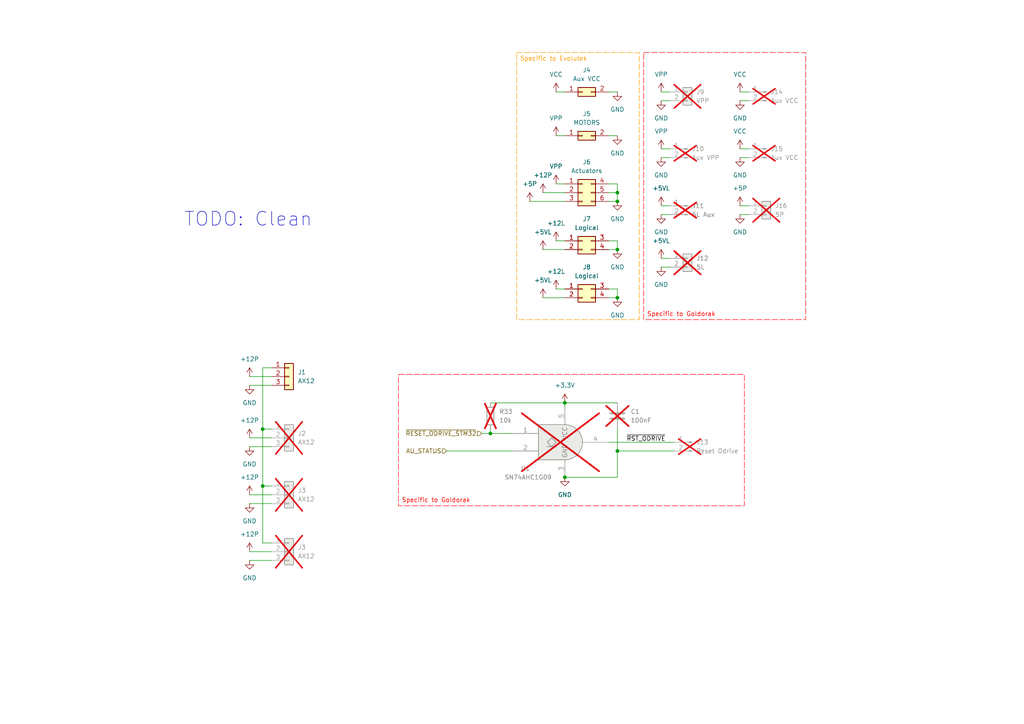
<source format=kicad_sch>
(kicad_sch (version 20230121) (generator eeschema)
  (paper "A4")
  (lib_symbols
    (symbol "ComponentsEvo:SN74AHC1G09"
      (property "Reference" "U" (at 10.16 -5.08 0))
      (property "Value" "SN74AHC1G09 " (at 10.795 -7.62 0))
      (symbol "SN74AHC1G09_0_1"
        (arc (start 0 -5.08) (mid 5.0579 0) (end 0 5.08) (stroke (width 0.254)) (fill (type background)))
        (polyline (pts (xy -5.08 -1.27) (xy -2.54 -1.27)) (stroke (width 0.254)) (fill (type background)))
        (polyline (pts (xy 0 -5.08) (xy -7.62 -5.08) (xy -7.62 5.08) (xy 0 5.08)) (stroke (width 0.254)) (fill (type background)))
        (polyline (pts (xy -3.81 1.27) (xy -5.08 0) (xy -3.81 -1.27) (xy -2.54 0) (xy -3.81 1.27)) (stroke (width 0.254)) (fill (type background)))
      )
      (symbol "SN74AHC1G09_1_1"
        (pin input line (at -15.24 2.54 0) (length 7.62) (name "~") (number "1"))
        (pin input line (at -15.24 -2.54 0) (length 7.62) (name "~") (number "2"))
        (pin power_in line (at 0 -10.16 90) (length 5.08) (name "GND") (number "3"))
        (pin output line (at 12.7 0 180) (length 7.62) (name "~") (number "4"))
        (pin power_in line (at 0 10.16 270) (length 5.08) (name "VCC") (number "5"))
      )
    )
    (symbol "Connector:Conn_01x02_Pin" (pin_names (offset 1.016) hide)
      (property "Reference" "J" (at 0 2.54 0))
      (property "Value" "Conn_01x02_Pin" (at 0 -5.08 0))
      (symbol "Conn_01x02_Pin_1_1"
        (polyline (pts (xy 1.27 -2.54) (xy 0.8636 -2.54)) (stroke (width 0.1524)))
        (polyline (pts (xy 1.27 0) (xy 0.8636 0)) (stroke (width 0.1524)))
        (rectangle (start 0.8636 -2.413) (end 0 -2.667) (stroke (width 0.1524)) (fill (type outline)))
        (rectangle (start 0.8636 0.127) (end 0 -0.127) (stroke (width 0.1524)) (fill (type outline)))
        (pin passive line (at 5.08 0 180) (length 3.81) (name "Pin_1") (number "1"))
        (pin passive line (at 5.08 -2.54 180) (length 3.81) (name "Pin_2") (number "2"))
      )
    )
    (symbol "Connector_Generic:Conn_01x02" (pin_names (offset 1.016) hide)
      (property "Reference" "J" (at 0 2.54 0))
      (property "Value" "Conn_01x02" (at 0 -5.08 0))
      (symbol "Conn_01x02_1_1"
        (rectangle (start -1.27 -2.413) (end 0 -2.667) (stroke (width 0.1524)))
        (rectangle (start -1.27 0.127) (end 0 -0.127) (stroke (width 0.1524)))
        (rectangle (start -1.27 1.27) (end 1.27 -3.81) (stroke (width 0.254)) (fill (type background)))
        (pin passive line (at -5.08 0 0) (length 3.81) (name "Pin_1") (number "1"))
        (pin passive line (at -5.08 -2.54 0) (length 3.81) (name "Pin_2") (number "2"))
      )
    )
    (symbol "Connector_Generic:Conn_01x03" (pin_names (offset 1.016) hide)
      (property "Reference" "J" (at 0 5.08 0))
      (property "Value" "Conn_01x03" (at 0 -5.08 0))
      (symbol "Conn_01x03_1_1"
        (rectangle (start -1.27 -2.413) (end 0 -2.667) (stroke (width 0.1524)))
        (rectangle (start -1.27 0.127) (end 0 -0.127) (stroke (width 0.1524)))
        (rectangle (start -1.27 2.667) (end 0 2.413) (stroke (width 0.1524)))
        (rectangle (start -1.27 3.81) (end 1.27 -3.81) (stroke (width 0.254)) (fill (type background)))
        (pin passive line (at -5.08 2.54 0) (length 3.81) (name "Pin_1") (number "1"))
        (pin passive line (at -5.08 0 0) (length 3.81) (name "Pin_2") (number "2"))
        (pin passive line (at -5.08 -2.54 0) (length 3.81) (name "Pin_3") (number "3"))
      )
    )
    (symbol "Connector_Generic:Conn_02x01" (pin_names (offset 1.016) hide)
      (property "Reference" "J" (at 1.27 2.54 0))
      (property "Value" "Conn_02x01" (at 1.27 -2.54 0))
      (symbol "Conn_02x01_1_1"
        (rectangle (start -1.27 0.127) (end 0 -0.127) (stroke (width 0.1524)))
        (rectangle (start -1.27 1.27) (end 3.81 -1.27) (stroke (width 0.254)) (fill (type background)))
        (rectangle (start 3.81 0.127) (end 2.54 -0.127) (stroke (width 0.1524)))
        (pin passive line (at -5.08 0 0) (length 3.81) (name "Pin_1") (number "1"))
        (pin passive line (at 7.62 0 180) (length 3.81) (name "Pin_2") (number "2"))
      )
    )
    (symbol "Connector_Generic:Conn_02x02_Top_Bottom" (pin_names (offset 1.016) hide)
      (property "Reference" "J" (at 1.27 2.54 0))
      (property "Value" "Conn_02x02_Top_Bottom" (at 1.27 -5.08 0))
      (symbol "Conn_02x02_Top_Bottom_1_1"
        (rectangle (start -1.27 -2.413) (end 0 -2.667) (stroke (width 0.1524)))
        (rectangle (start -1.27 0.127) (end 0 -0.127) (stroke (width 0.1524)))
        (rectangle (start -1.27 1.27) (end 3.81 -3.81) (stroke (width 0.254)) (fill (type background)))
        (rectangle (start 3.81 -2.413) (end 2.54 -2.667) (stroke (width 0.1524)))
        (rectangle (start 3.81 0.127) (end 2.54 -0.127) (stroke (width 0.1524)))
        (pin passive line (at -5.08 0 0) (length 3.81) (name "Pin_1") (number "1"))
        (pin passive line (at -5.08 -2.54 0) (length 3.81) (name "Pin_2") (number "2"))
        (pin passive line (at 7.62 0 180) (length 3.81) (name "Pin_3") (number "3"))
        (pin passive line (at 7.62 -2.54 180) (length 3.81) (name "Pin_4") (number "4"))
      )
    )
    (symbol "Connector_Generic:Conn_02x03_Top_Bottom" (pin_names (offset 1.016) hide)
      (property "Reference" "J" (at 1.27 5.08 0))
      (property "Value" "Conn_02x03_Top_Bottom" (at 1.27 -5.08 0))
      (symbol "Conn_02x03_Top_Bottom_1_1"
        (rectangle (start -1.27 -2.413) (end 0 -2.667) (stroke (width 0.1524)))
        (rectangle (start -1.27 0.127) (end 0 -0.127) (stroke (width 0.1524)))
        (rectangle (start -1.27 2.667) (end 0 2.413) (stroke (width 0.1524)))
        (rectangle (start -1.27 3.81) (end 3.81 -3.81) (stroke (width 0.254)) (fill (type background)))
        (rectangle (start 3.81 -2.413) (end 2.54 -2.667) (stroke (width 0.1524)))
        (rectangle (start 3.81 0.127) (end 2.54 -0.127) (stroke (width 0.1524)))
        (rectangle (start 3.81 2.667) (end 2.54 2.413) (stroke (width 0.1524)))
        (pin passive line (at -5.08 2.54 0) (length 3.81) (name "Pin_1") (number "1"))
        (pin passive line (at -5.08 0 0) (length 3.81) (name "Pin_2") (number "2"))
        (pin passive line (at -5.08 -2.54 0) (length 3.81) (name "Pin_3") (number "3"))
        (pin passive line (at 7.62 2.54 180) (length 3.81) (name "Pin_4") (number "4"))
        (pin passive line (at 7.62 0 180) (length 3.81) (name "Pin_5") (number "5"))
        (pin passive line (at 7.62 -2.54 180) (length 3.81) (name "Pin_6") (number "6"))
      )
    )
    (symbol "Device:C" (pin_numbers hide) (pin_names (offset 0.254))
      (property "Reference" "C" (at 0.635 2.54 0))
      (property "Value" "C" (at 0.635 -2.54 0))
      (symbol "C_0_1"
        (polyline (pts (xy -2.032 -0.762) (xy 2.032 -0.762)) (stroke (width 0.508)))
        (polyline (pts (xy -2.032 0.762) (xy 2.032 0.762)) (stroke (width 0.508)))
      )
      (symbol "C_1_1"
        (pin passive line (at 0 3.81 270) (length 2.794) (name "~") (number "1"))
        (pin passive line (at 0 -3.81 90) (length 2.794) (name "~") (number "2"))
      )
    )
    (symbol "Device:R" (pin_numbers hide) (pin_names (offset 0))
      (property "Reference" "R" (at 2.032 0 90))
      (property "Value" "R" (at 0 0 90))
      (symbol "R_0_1"
        (rectangle (start -1.016 -2.54) (end 1.016 2.54) (stroke (width 0.254)))
      )
      (symbol "R_1_1"
        (pin passive line (at 0 3.81 270) (length 1.27) (name "~") (number "1"))
        (pin passive line (at 0 -3.81 90) (length 1.27) (name "~") (number "2"))
      )
    )
    (symbol "power:+12L" (power) (pin_names (offset 0))
      (property "Value" "+12L" (at 0 3.556 0))
      (symbol "+12L_0_1"
        (polyline (pts (xy -0.762 1.27) (xy 0 2.54)))
        (polyline (pts (xy 0 0) (xy 0 2.54)))
        (polyline (pts (xy 0 2.54) (xy 0.762 1.27)))
      )
      (symbol "+12L_1_1"
        (pin power_in line (at 0 0 90) (length 0) hide (name "+12L") (number "1"))
      )
    )
    (symbol "power:+12P" (power) (pin_names (offset 0))
      (property "Value" "+12P" (at 0 3.556 0))
      (symbol "+12P_0_1"
        (polyline (pts (xy -0.762 1.27) (xy 0 2.54)))
        (polyline (pts (xy 0 0) (xy 0 2.54)))
        (polyline (pts (xy 0 2.54) (xy 0.762 1.27)))
      )
      (symbol "+12P_1_1"
        (pin power_in line (at 0 0 90) (length 0) hide (name "+12P") (number "1"))
      )
    )
    (symbol "power:+3.3V" (power) (pin_names (offset 0))
      (property "Value" "+3.3V" (at 0 3.556 0))
      (symbol "+3.3V_0_1"
        (polyline (pts (xy -0.762 1.27) (xy 0 2.54)))
        (polyline (pts (xy 0 0) (xy 0 2.54)))
        (polyline (pts (xy 0 2.54) (xy 0.762 1.27)))
      )
      (symbol "+3.3V_1_1"
        (pin power_in line (at 0 0 90) (length 0) hide (name "+3.3V") (number "1"))
      )
    )
    (symbol "power:+5P" (power) (pin_names (offset 0))
      (property "Value" "+5P" (at 0 3.556 0))
      (symbol "+5P_0_1"
        (polyline (pts (xy -0.762 1.27) (xy 0 2.54)))
        (polyline (pts (xy 0 0) (xy 0 2.54)))
        (polyline (pts (xy 0 2.54) (xy 0.762 1.27)))
      )
      (symbol "+5P_1_1"
        (pin power_in line (at 0 0 90) (length 0) hide (name "+5P") (number "1"))
      )
    )
    (symbol "power:+5VL" (power) (pin_names (offset 0))
      (property "Value" "+5VL" (at 0 3.556 0))
      (symbol "+5VL_0_1"
        (polyline (pts (xy -0.762 1.27) (xy 0 2.54)))
        (polyline (pts (xy 0 0) (xy 0 2.54)))
        (polyline (pts (xy 0 2.54) (xy 0.762 1.27)))
      )
      (symbol "+5VL_1_1"
        (pin power_in line (at 0 0 90) (length 0) hide (name "+5VL") (number "1"))
      )
    )
    (symbol "power:GND" (power) (pin_names (offset 0))
      (property "Value" "GND" (at 0 -3.81 0))
      (symbol "GND_0_1"
        (polyline (pts (xy 0 0) (xy 0 -1.27) (xy 1.27 -1.27) (xy 0 -2.54) (xy -1.27 -1.27) (xy 0 -1.27)))
      )
      (symbol "GND_1_1"
        (pin power_in line (at 0 0 270) (length 0) hide (name "GND") (number "1"))
      )
    )
    (symbol "power:VCC" (power) (pin_names (offset 0))
      (property "Value" "VCC" (at 0 3.81 0))
      (symbol "VCC_0_1"
        (polyline (pts (xy -0.762 1.27) (xy 0 2.54)))
        (polyline (pts (xy 0 0) (xy 0 2.54)))
        (polyline (pts (xy 0 2.54) (xy 0.762 1.27)))
      )
      (symbol "VCC_1_1"
        (pin power_in line (at 0 0 90) (length 0) hide (name "VCC") (number "1"))
      )
    )
    (symbol "power:VPP" (power) (pin_names (offset 0))
      (property "Value" "VPP" (at 0 3.81 0))
      (symbol "VPP_0_1"
        (polyline (pts (xy -0.762 1.27) (xy 0 2.54)))
        (polyline (pts (xy 0 0) (xy 0 2.54)))
        (polyline (pts (xy 0 2.54) (xy 0.762 1.27)))
      )
      (symbol "VPP_1_1"
        (pin power_in line (at 0 0 90) (length 0) hide (name "VPP") (number "1"))
      )
    )
  )
  (junction (at 76.2 124.46))
  (junction (at 163.83 116.84))
  (junction (at 179.07 58.42))
  (junction (at 179.07 72.39))
  (junction (at 142.24 125.73))
  (junction (at 76.2 140.97))
  (junction (at 179.07 130.81))
  (junction (at 179.07 55.88))
  (junction (at 179.07 86.36))
  (junction (at 163.83 138.43))
  (wire (pts (xy 76.2 106.68) (xy 78.74 106.68)))
  (wire (pts (xy 161.29 69.85) (xy 163.83 69.85)))
  (wire (pts (xy 179.07 130.81) (xy 195.58 130.81)))
  (wire (pts (xy 191.77 74.93) (xy 194.31 74.93)))
  (wire (pts (xy 191.77 43.18) (xy 194.31 43.18)))
  (wire (pts (xy 161.29 53.34) (xy 163.83 53.34)))
  (wire (pts (xy 78.74 157.48) (xy 76.2 157.48)))
  (wire (pts (xy 179.07 69.85) (xy 179.07 72.39)))
  (wire (pts (xy 72.39 111.76) (xy 78.74 111.76)))
  (wire (pts (xy 179.07 138.43) (xy 179.07 130.81)))
  (wire (pts (xy 163.83 138.43) (xy 179.07 138.43)))
  (wire (pts (xy 176.53 26.67) (xy 179.07 26.67)))
  (wire (pts (xy 72.39 146.05) (xy 78.74 146.05)))
  (wire (pts (xy 214.63 59.69) (xy 217.17 59.69)))
  (wire (pts (xy 176.53 69.85) (xy 179.07 69.85)))
  (wire (pts (xy 191.77 59.69) (xy 194.31 59.69)))
  (wire (pts (xy 179.07 55.88) (xy 179.07 58.42)))
  (wire (pts (xy 72.39 127) (xy 78.74 127)))
  (wire (pts (xy 78.74 140.97) (xy 76.2 140.97)))
  (wire (pts (xy 214.63 45.72) (xy 217.17 45.72)))
  (wire (pts (xy 76.2 140.97) (xy 76.2 124.46)))
  (wire (pts (xy 176.53 55.88) (xy 179.07 55.88)))
  (wire (pts (xy 214.63 26.67) (xy 217.17 26.67)))
  (wire (pts (xy 72.39 109.22) (xy 78.74 109.22)))
  (wire (pts (xy 142.24 124.46) (xy 142.24 125.73)))
  (wire (pts (xy 161.29 26.67) (xy 163.83 26.67)))
  (wire (pts (xy 176.53 53.34) (xy 179.07 53.34)))
  (wire (pts (xy 161.29 83.82) (xy 163.83 83.82)))
  (wire (pts (xy 179.07 124.46) (xy 179.07 130.81)))
  (wire (pts (xy 176.53 39.37) (xy 179.07 39.37)))
  (wire (pts (xy 76.2 124.46) (xy 78.74 124.46)))
  (wire (pts (xy 214.63 62.23) (xy 217.17 62.23)))
  (wire (pts (xy 72.39 160.02) (xy 78.74 160.02)))
  (wire (pts (xy 157.48 72.39) (xy 163.83 72.39)))
  (wire (pts (xy 163.83 116.84) (xy 179.07 116.84)))
  (wire (pts (xy 72.39 143.51) (xy 78.74 143.51)))
  (wire (pts (xy 157.48 86.36) (xy 163.83 86.36)))
  (wire (pts (xy 142.24 116.84) (xy 163.83 116.84)))
  (wire (pts (xy 76.2 157.48) (xy 76.2 140.97)))
  (wire (pts (xy 72.39 162.56) (xy 78.74 162.56)))
  (wire (pts (xy 72.39 129.54) (xy 78.74 129.54)))
  (wire (pts (xy 191.77 26.67) (xy 194.31 26.67)))
  (wire (pts (xy 214.63 29.21) (xy 217.17 29.21)))
  (wire (pts (xy 191.77 29.21) (xy 194.31 29.21)))
  (wire (pts (xy 176.53 128.27) (xy 195.58 128.27)))
  (wire (pts (xy 139.7 125.73) (xy 142.24 125.73)))
  (wire (pts (xy 191.77 62.23) (xy 194.31 62.23)))
  (wire (pts (xy 176.53 58.42) (xy 179.07 58.42)))
  (wire (pts (xy 179.07 83.82) (xy 179.07 86.36)))
  (wire (pts (xy 142.24 125.73) (xy 148.59 125.73)))
  (wire (pts (xy 76.2 124.46) (xy 76.2 106.68)))
  (wire (pts (xy 129.54 130.81) (xy 148.59 130.81)))
  (wire (pts (xy 176.53 72.39) (xy 179.07 72.39)))
  (wire (pts (xy 157.48 55.88) (xy 163.83 55.88)))
  (wire (pts (xy 179.07 53.34) (xy 179.07 55.88)))
  (wire (pts (xy 191.77 77.47) (xy 194.31 77.47)))
  (wire (pts (xy 214.63 43.18) (xy 217.17 43.18)))
  (wire (pts (xy 163.83 116.84) (xy 163.83 118.11)))
  (wire (pts (xy 161.29 39.37) (xy 163.83 39.37)))
  (wire (pts (xy 191.77 45.72) (xy 194.31 45.72)))
  (wire (pts (xy 176.53 86.36) (xy 179.07 86.36)))
  (wire (pts (xy 153.67 58.42) (xy 163.83 58.42)))
  (wire (pts (xy 176.53 83.82) (xy 179.07 83.82)))
  (text_box "Specific to Evolutek" (at 149.86 15.24 0) (size 35.56 77.47) (stroke (width 0) (type dash) (color 255 153 0 1)) (effects (font (size 1.27 1.27)) (justify left top)))
  (text_box "Specific to Goldorak" (at 115.57 108.585 0) (size 100.33 38.1) (stroke (width 0) (type dash) (color 255 0 0 1)) (effects (font (size 1.27 1.27)) (justify left bottom)))
  (text_box "Specific to Goldorak" (at 186.69 15.24 0) (size 46.99 77.47) (stroke (width 0) (type dash) (color 255 0 0 1)) (effects (font (size 1.27 1.27)) (justify left bottom)))
  (text "TODO: Clean" (at 53.34 66.04 0) (effects (font (size 4 4)) (justify left bottom)))
  (label "~{RST_ODRIVE}" (at 193.04 128.27 180))
  (hierarchical_label "AU_STATUS" (shape input) (at 129.54 130.81 180))
  (hierarchical_label "~{RESET_ODRIVE_STM32}" (shape input) (at 139.7 125.73 180))
  (symbol (lib_id "power:VPP") (at 161.29 39.37 0) (unit 1)
    (property "Reference" "#PWR013" (effects hide))
    (property "Value" "VPP" (at 161.29 34.29 0))
    (instances (project "Carte Alim" (path "" (reference "#PWR013") (unit 1)) (path "" (reference "#PWR075") (unit 1))))
  )
  (symbol (lib_id "power:GND") (at 163.83 138.43 0) (unit 1)
    (property "Reference" "#PWR018" (effects hide))
    (property "Value" "GND" (at 163.83 143.51 0))
    (instances (project "Carte Alim" (path "" (reference "#PWR018") (unit 1)) (path "" (reference "#PWR080") (unit 1))))
  )
  (symbol (lib_id "power:VPP") (at 191.77 26.67 0) (unit 1)
    (property "Reference" "#PWR024" (effects hide))
    (property "Value" "VPP" (at 191.77 21.59 0))
    (instances (project "Carte Alim" (path "" (reference "#PWR024") (unit 1)) (path "" (reference "#PWR086") (unit 1))))
  )
  (symbol (lib_id "power:GND") (at 179.07 39.37 0) (unit 1)
    (property "Reference" "#PWR020" (effects hide))
    (property "Value" "GND" (at 179.07 44.45 0))
    (instances (project "Carte Alim" (path "" (reference "#PWR020") (unit 1)) (path "" (reference "#PWR082") (unit 1))))
  )
  (symbol (lib_id "Connector_Generic:Conn_02x01") (at 168.91 26.67 0) (unit 1)
    (property "Reference" "J4" (at 170.18 20.32 0))
    (property "Value" "Aux VCC" (at 170.18 22.86 0))
    (property "Footprint" "ConnectorsEvo:66200221022" (effects hide))
    (instances (project "Carte Alim" (path "" (reference "J4") (unit 1)) (path "" (reference "J12") (unit 1))))
  )
  (symbol (lib_id "power:+12P") (at 72.39 160.02 0) (unit 1)
    (property "Reference" "#PWR05" (effects hide))
    (property "Value" "+12P" (at 72.39 154.94 0))
    (instances (project "Carte Alim" (path "" (reference "#PWR05") (unit 1)) (path "" (reference "#PWR068") (unit 1))))
  )
  (symbol (lib_id "Connector_Generic:Conn_01x03") (at 83.82 160.02 0) (unit 1) (in_bom no) (dnp yes)
    (property "Reference" "J3" (at 86.36 158.75 0) (effects (justify left)))
    (property "Value" "AX12" (at 86.36 161.29 0) (effects (justify left)))
    (property "Footprint" "ConnectorsEvo:22-03-5035" (effects hide))
    (instances (project "Carte Alim" (path "" (reference "J3") (unit 1)) (path "" (reference "J11") (unit 1))))
  )
  (symbol (lib_id "power:+12L") (at 161.29 69.85 0) (unit 1)
    (property "Reference" "#PWR015" (effects hide))
    (property "Value" "+12L" (at 161.29 64.77 0))
    (instances (project "Carte Alim" (path "" (reference "#PWR015") (unit 1)) (path "" (reference "#PWR077") (unit 1))))
  )
  (symbol (lib_id "power:GND") (at 191.77 45.72 0) (unit 1)
    (property "Reference" "#PWR027" (effects hide))
    (property "Value" "GND" (at 191.77 50.8 0))
    (instances (project "Carte Alim" (path "" (reference "#PWR027") (unit 1)) (path "" (reference "#PWR089") (unit 1))))
  )
  (symbol (lib_id "ComponentsEvo:SN74AHC1G09") (at 163.83 128.27 0) (unit 1) (in_bom no) (dnp yes)
    (property "Reference" "U1" (at 152.4 135.89 0))
    (property "Value" "SN74AHC1G09 " (at 153.67 138.43 0))
    (property "Footprint" "Package_TO_SOT_SMD:SOT-23-5" (effects hide))
    (property "Datasheet" "https://www.ti.com/lit/ds/symlink/sn74ahc1g09.pdf" (effects hide))
    (instances (project "Carte Alim" (path "" (reference "U1") (unit 1)) (path "" (reference "U11") (unit 1))))
  )
  (symbol (lib_id "power:VPP") (at 191.77 43.18 0) (unit 1)
    (property "Reference" "#PWR026" (effects hide))
    (property "Value" "VPP" (at 191.77 38.1 0))
    (instances (project "Carte Alim" (path "" (reference "#PWR026") (unit 1)) (path "" (reference "#PWR088") (unit 1))))
  )
  (symbol (lib_id "Connector:Conn_01x02_Pin") (at 200.66 128.27 0) (mirror y) (unit 1) (in_bom no) (dnp yes)
    (property "Reference" "J13" (at 201.93 128.27 0) (effects (justify right)))
    (property "Value" "Reset Odrive" (at 201.93 130.81 0) (effects (justify right)))
    (property "Footprint" "Connector_PinHeader_2.54mm:PinHeader_1x02_P2.54mm_Vertical" (effects hide))
    (instances (project "Carte Alim" (path "" (reference "J13") (unit 1)) (path "" (reference "J21") (unit 1))))
  )
  (symbol (lib_id "power:+5VL") (at 157.48 86.36 0) (unit 1)
    (property "Reference" "#PWR011" (effects hide))
    (property "Value" "+5VL" (at 157.48 81.28 0))
    (instances (project "Carte Alim" (path "" (reference "#PWR011") (unit 1)) (path "" (reference "#PWR073") (unit 1))))
  )
  (symbol (lib_id "power:VPP") (at 161.29 53.34 0) (unit 1)
    (property "Reference" "#PWR014" (effects hide))
    (property "Value" "VPP" (at 161.29 48.26 0))
    (instances (project "Carte Alim" (path "" (reference "#PWR014") (unit 1)) (path "" (reference "#PWR076") (unit 1))))
  )
  (symbol (lib_id "power:GND") (at 214.63 29.21 0) (unit 1)
    (property "Reference" "#PWR033" (effects hide))
    (property "Value" "GND" (at 214.63 34.29 0))
    (instances (project "Carte Alim" (path "" (reference "#PWR033") (unit 1)) (path "" (reference "#PWR095") (unit 1))))
  )
  (symbol (lib_id "power:GND") (at 72.39 162.56 0) (unit 1)
    (property "Reference" "#PWR06" (effects hide))
    (property "Value" "GND" (at 72.39 167.64 0))
    (instances (project "Carte Alim" (path "" (reference "#PWR06") (unit 1)) (path "" (reference "#PWR069") (unit 1))))
  )
  (symbol (lib_id "Connector:Conn_01x02_Pin") (at 222.25 43.18 0) (mirror y) (unit 1) (in_bom no) (dnp yes)
    (property "Reference" "J15" (at 223.52 43.18 0) (effects (justify right)))
    (property "Value" "Aux VCC" (at 223.52 45.72 0) (effects (justify right)))
    (property "Footprint" "Connector_PinHeader_2.54mm:PinHeader_1x02_P2.54mm_Vertical" (effects hide))
    (instances (project "Carte Alim" (path "" (reference "J15") (unit 1)) (path "" (reference "J23") (unit 1))))
  )
  (symbol (lib_id "Connector_Generic:Conn_02x02_Top_Bottom") (at 168.91 83.82 0) (unit 1)
    (property "Reference" "J8" (at 170.18 77.47 0))
    (property "Value" "Logical" (at 170.18 80.01 0))
    (property "Footprint" "ConnectorsEvo:66200421022" (effects hide))
    (instances (project "Carte Alim" (path "" (reference "J8") (unit 1)) (path "" (reference "J16") (unit 1))))
  )
  (symbol (lib_id "power:VCC") (at 214.63 26.67 0) (unit 1)
    (property "Reference" "#PWR032" (effects hide))
    (property "Value" "VCC" (at 214.63 21.59 0))
    (instances (project "Carte Alim" (path "" (reference "#PWR032") (unit 1)) (path "" (reference "#PWR094") (unit 1))))
  )
  (symbol (lib_id "power:+12P") (at 72.39 127 0) (unit 1)
    (property "Reference" "#PWR03" (effects hide))
    (property "Value" "+12P" (at 72.39 121.92 0))
    (instances (project "Carte Alim" (path "" (reference "#PWR03") (unit 1)) (path "" (reference "#PWR064") (unit 1))))
  )
  (symbol (lib_id "Connector_Generic:Conn_01x02") (at 199.39 26.67 0) (unit 1) (in_bom no) (dnp yes)
    (property "Reference" "J9" (at 201.93 26.67 0) (effects (justify left)))
    (property "Value" "VPP" (at 201.93 29.21 0) (effects (justify left)))
    (property "Footprint" "ConnectorsEvo:691321100002" (effects hide))
    (instances (project "Carte Alim" (path "" (reference "J9") (unit 1)) (path "" (reference "J17") (unit 1))))
  )
  (symbol (lib_id "power:+5VL") (at 157.48 72.39 0) (unit 1)
    (property "Reference" "#PWR010" (effects hide))
    (property "Value" "+5VL" (at 157.48 67.31 0))
    (instances (project "Carte Alim" (path "" (reference "#PWR010") (unit 1)) (path "" (reference "#PWR072") (unit 1))))
  )
  (symbol (lib_id "power:GND") (at 179.07 58.42 0) (unit 1)
    (property "Reference" "#PWR021" (effects hide))
    (property "Value" "GND" (at 179.07 63.5 0))
    (instances (project "Carte Alim" (path "" (reference "#PWR021") (unit 1)) (path "" (reference "#PWR083") (unit 1))))
  )
  (symbol (lib_id "power:GND") (at 191.77 29.21 0) (unit 1)
    (property "Reference" "#PWR025" (effects hide))
    (property "Value" "GND" (at 191.77 34.29 0))
    (instances (project "Carte Alim" (path "" (reference "#PWR025") (unit 1)) (path "" (reference "#PWR087") (unit 1))))
  )
  (symbol (lib_id "Connector_Generic:Conn_02x03_Top_Bottom") (at 168.91 55.88 0) (unit 1)
    (property "Reference" "J6" (at 170.18 46.99 0))
    (property "Value" "Actuators" (at 170.18 49.53 0))
    (property "Footprint" "ConnectorsEvo:649006227222" (effects hide))
    (instances (project "Carte Alim" (path "" (reference "J6") (unit 1)) (path "" (reference "J14") (unit 1))))
  )
  (symbol (lib_id "Connector_Generic:Conn_01x03") (at 83.82 143.51 0) (unit 1) (in_bom no) (dnp yes)
    (property "Reference" "J3" (at 86.36 142.24 0) (effects (justify left)))
    (property "Value" "AX12" (at 86.36 144.78 0) (effects (justify left)))
    (property "Footprint" "ConnectorsEvo:22-03-5035" (effects hide))
    (instances (project "Carte Alim" (path "" (reference "J3") (unit 1)) (path "" (reference "J10") (unit 1))))
  )
  (symbol (lib_id "Connector_Generic:Conn_01x03") (at 83.82 109.22 0) (unit 1)
    (property "Reference" "J1" (at 86.36 107.95 0) (effects (justify left)))
    (property "Value" "AX12" (at 86.36 110.49 0) (effects (justify left)))
    (property "Footprint" "ConnectorsEvo:22-03-5035" (effects hide))
    (instances (project "Carte Alim" (path "" (reference "J1") (unit 1)) (path "" (reference "J8") (unit 1))))
  )
  (symbol (lib_id "power:GND") (at 72.39 129.54 0) (unit 1)
    (property "Reference" "#PWR04" (effects hide))
    (property "Value" "GND" (at 72.39 134.62 0))
    (instances (project "Carte Alim" (path "" (reference "#PWR04") (unit 1)) (path "" (reference "#PWR065") (unit 1))))
  )
  (symbol (lib_id "Device:R") (at 142.24 120.65 0) (unit 1) (in_bom no) (dnp yes)
    (property "Reference" "R33" (at 144.78 119.38 0) (effects (justify left)))
    (property "Value" "10k" (at 144.78 121.92 0) (effects (justify left)))
    (property "Footprint" "Resistor_SMD:R_0603_1608Metric" (effects hide))
    (instances (project "Carte Alim" (path "" (reference "R33") (unit 1)) (path "" (reference "R1") (unit 1)) (path "" (reference "R45") (unit 1))))
  )
  (symbol (lib_id "Connector_Generic:Conn_01x03") (at 83.82 127 0) (unit 1) (in_bom no) (dnp yes)
    (property "Reference" "J2" (at 86.36 125.73 0) (effects (justify left)))
    (property "Value" "AX12" (at 86.36 128.27 0) (effects (justify left)))
    (property "Footprint" "ConnectorsEvo:22-03-5035" (effects hide))
    (instances (project "Carte Alim" (path "" (reference "J2") (unit 1)) (path "" (reference "J9") (unit 1))))
  )
  (symbol (lib_id "Connector:Conn_01x02_Pin") (at 199.39 59.69 0) (mirror y) (unit 1) (in_bom no) (dnp yes)
    (property "Reference" "J11" (at 200.66 59.69 0) (effects (justify right)))
    (property "Value" "5L Aux" (at 200.66 62.23 0) (effects (justify right)))
    (property "Footprint" "Connector_PinHeader_2.54mm:PinHeader_1x02_P2.54mm_Vertical" (effects hide))
    (instances (project "Carte Alim" (path "" (reference "J11") (unit 1)) (path "" (reference "J19") (unit 1))))
  )
  (symbol (lib_id "power:+12L") (at 161.29 83.82 0) (unit 1)
    (property "Reference" "#PWR016" (effects hide))
    (property "Value" "+12L" (at 161.29 78.74 0))
    (instances (project "Carte Alim" (path "" (reference "#PWR016") (unit 1)) (path "" (reference "#PWR078") (unit 1))))
  )
  (symbol (lib_id "Device:C") (at 179.07 120.65 0) (unit 1) (in_bom no) (dnp yes)
    (property "Reference" "C1" (at 182.88 119.38 0) (effects (justify left)))
    (property "Value" "100nF" (at 182.88 121.92 0) (effects (justify left)))
    (property "Footprint" "Capacitor_SMD:C_0603_1608Metric" (effects hide))
    (instances (project "Carte Alim" (path "" (reference "C1") (unit 1)) (path "" (reference "C40") (unit 1))))
  )
  (symbol (lib_id "power:+12P") (at 72.39 109.22 0) (unit 1)
    (property "Reference" "#PWR01" (effects hide))
    (property "Value" "+12P" (at 72.39 104.14 0))
    (instances (project "Carte Alim" (path "" (reference "#PWR01") (unit 1)) (path "" (reference "#PWR062") (unit 1))))
  )
  (symbol (lib_id "power:+12P") (at 157.48 55.88 0) (unit 1)
    (property "Reference" "#PWR09" (effects hide))
    (property "Value" "+12P" (at 157.48 50.8 0))
    (instances (project "Carte Alim" (path "" (reference "#PWR09") (unit 1)) (path "" (reference "#PWR071") (unit 1))))
  )
  (symbol (lib_id "power:GND") (at 214.63 62.23 0) (unit 1)
    (property "Reference" "#PWR037" (effects hide))
    (property "Value" "GND" (at 214.63 67.31 0))
    (instances (project "Carte Alim" (path "" (reference "#PWR037") (unit 1)) (path "" (reference "#PWR099") (unit 1))))
  )
  (symbol (lib_id "power:GND") (at 72.39 111.76 0) (unit 1)
    (property "Reference" "#PWR02" (effects hide))
    (property "Value" "GND" (at 72.39 116.84 0))
    (instances (project "Carte Alim" (path "" (reference "#PWR02") (unit 1)) (path "" (reference "#PWR063") (unit 1))))
  )
  (symbol (lib_id "power:+5VL") (at 191.77 59.69 0) (unit 1)
    (property "Reference" "#PWR028" (effects hide))
    (property "Value" "+5VL" (at 191.77 54.61 0))
    (instances (project "Carte Alim" (path "" (reference "#PWR028") (unit 1)) (path "" (reference "#PWR090") (unit 1))))
  )
  (symbol (lib_id "Connector:Conn_01x02_Pin") (at 199.39 43.18 0) (mirror y) (unit 1) (in_bom no) (dnp yes)
    (property "Reference" "J10" (at 200.66 43.18 0) (effects (justify right)))
    (property "Value" "Aux VPP" (at 200.66 45.72 0) (effects (justify right)))
    (property "Footprint" "Connector_PinHeader_2.54mm:PinHeader_1x02_P2.54mm_Vertical" (effects hide))
    (instances (project "Carte Alim" (path "" (reference "J10") (unit 1)) (path "" (reference "J18") (unit 1))))
  )
  (symbol (lib_id "power:+12P") (at 72.39 143.51 0) (unit 1)
    (property "Reference" "#PWR05" (effects hide))
    (property "Value" "+12P" (at 72.39 138.43 0))
    (instances (project "Carte Alim" (path "" (reference "#PWR05") (unit 1)) (path "" (reference "#PWR066") (unit 1))))
  )
  (symbol (lib_id "power:+5P") (at 153.67 58.42 0) (unit 1)
    (property "Reference" "#PWR07" (effects hide))
    (property "Value" "+5P" (at 153.67 53.34 0))
    (instances (project "Carte Alim" (path "" (reference "#PWR07") (unit 1)) (path "" (reference "#PWR070") (unit 1))))
  )
  (symbol (lib_id "power:GND") (at 214.63 45.72 0) (unit 1)
    (property "Reference" "#PWR035" (effects hide))
    (property "Value" "GND" (at 214.63 50.8 0))
    (instances (project "Carte Alim" (path "" (reference "#PWR035") (unit 1)) (path "" (reference "#PWR097") (unit 1))))
  )
  (symbol (lib_id "power:GND") (at 191.77 62.23 0) (unit 1)
    (property "Reference" "#PWR029" (effects hide))
    (property "Value" "GND" (at 191.77 67.31 0))
    (instances (project "Carte Alim" (path "" (reference "#PWR029") (unit 1)) (path "" (reference "#PWR091") (unit 1))))
  )
  (symbol (lib_id "power:VCC") (at 214.63 43.18 0) (unit 1)
    (property "Reference" "#PWR034" (effects hide))
    (property "Value" "VCC" (at 214.63 38.1 0))
    (instances (project "Carte Alim" (path "" (reference "#PWR034") (unit 1)) (path "" (reference "#PWR096") (unit 1))))
  )
  (symbol (lib_id "power:GND") (at 179.07 86.36 0) (unit 1)
    (property "Reference" "#PWR023" (effects hide))
    (property "Value" "GND" (at 179.07 91.44 0))
    (instances (project "Carte Alim" (path "" (reference "#PWR023") (unit 1)) (path "" (reference "#PWR085") (unit 1))))
  )
  (symbol (lib_id "power:GND") (at 179.07 26.67 0) (unit 1)
    (property "Reference" "#PWR019" (effects hide))
    (property "Value" "GND" (at 179.07 31.75 0))
    (instances (project "Carte Alim" (path "" (reference "#PWR019") (unit 1)) (path "" (reference "#PWR081") (unit 1))))
  )
  (symbol (lib_id "Connector_Generic:Conn_01x02") (at 222.25 59.69 0) (unit 1) (in_bom no) (dnp yes)
    (property "Reference" "J16" (at 224.79 59.69 0) (effects (justify left)))
    (property "Value" "5P" (at 224.79 62.23 0) (effects (justify left)))
    (property "Footprint" "ConnectorsEvo:691321100002" (effects hide))
    (instances (project "Carte Alim" (path "" (reference "J16") (unit 1)) (path "" (reference "J24") (unit 1))))
  )
  (symbol (lib_id "Connector_Generic:Conn_02x01") (at 168.91 39.37 0) (unit 1)
    (property "Reference" "J5" (at 170.18 33.02 0))
    (property "Value" "MOTORS" (at 170.18 35.56 0))
    (property "Footprint" "ConnectorsEvo:649002227222" (effects hide))
    (instances (project "Carte Alim" (path "" (reference "J5") (unit 1)) (path "" (reference "J13") (unit 1))))
  )
  (symbol (lib_id "power:GND") (at 191.77 77.47 0) (unit 1)
    (property "Reference" "#PWR031" (effects hide))
    (property "Value" "GND" (at 191.77 82.55 0))
    (instances (project "Carte Alim" (path "" (reference "#PWR031") (unit 1)) (path "" (reference "#PWR093") (unit 1))))
  )
  (symbol (lib_id "power:+3.3V") (at 163.83 116.84 0) (unit 1)
    (property "Reference" "#PWR017" (effects hide))
    (property "Value" "+3.3V" (at 163.83 111.76 0))
    (instances (project "Carte Alim" (path "" (reference "#PWR017") (unit 1)) (path "" (reference "#PWR079") (unit 1))))
  )
  (symbol (lib_id "Connector_Generic:Conn_02x02_Top_Bottom") (at 168.91 69.85 0) (unit 1)
    (property "Reference" "J7" (at 170.18 63.5 0))
    (property "Value" "Logical" (at 170.18 66.04 0))
    (property "Footprint" "ConnectorsEvo:66200421022" (effects hide))
    (instances (project "Carte Alim" (path "" (reference "J7") (unit 1)) (path "" (reference "J15") (unit 1))))
  )
  (symbol (lib_id "Connector_Generic:Conn_01x02") (at 199.39 74.93 0) (unit 1) (in_bom no) (dnp yes)
    (property "Reference" "J12" (at 201.93 74.93 0) (effects (justify left)))
    (property "Value" "5L" (at 201.93 77.47 0) (effects (justify left)))
    (property "Footprint" "ConnectorsEvo:691321100002" (effects hide))
    (instances (project "Carte Alim" (path "" (reference "J12") (unit 1)) (path "" (reference "J20") (unit 1))))
  )
  (symbol (lib_id "power:GND") (at 179.07 72.39 0) (unit 1)
    (property "Reference" "#PWR022" (effects hide))
    (property "Value" "GND" (at 179.07 77.47 0))
    (instances (project "Carte Alim" (path "" (reference "#PWR022") (unit 1)) (path "" (reference "#PWR084") (unit 1))))
  )
  (symbol (lib_id "power:VCC") (at 161.29 26.67 0) (unit 1)
    (property "Reference" "#PWR012" (effects hide))
    (property "Value" "VCC" (at 161.29 21.59 0))
    (instances (project "Carte Alim" (path "" (reference "#PWR012") (unit 1)) (path "" (reference "#PWR074") (unit 1))))
  )
  (symbol (lib_id "power:+5VL") (at 191.77 74.93 0) (unit 1)
    (property "Reference" "#PWR030" (effects hide))
    (property "Value" "+5VL" (at 191.77 69.85 0))
    (instances (project "Carte Alim" (path "" (reference "#PWR030") (unit 1)) (path "" (reference "#PWR092") (unit 1))))
  )
  (symbol (lib_id "power:GND") (at 72.39 146.05 0) (unit 1)
    (property "Reference" "#PWR06" (effects hide))
    (property "Value" "GND" (at 72.39 151.13 0))
    (instances (project "Carte Alim" (path "" (reference "#PWR06") (unit 1)) (path "" (reference "#PWR067") (unit 1))))
  )
  (symbol (lib_id "power:+5P") (at 214.63 59.69 0) (unit 1)
    (property "Reference" "#PWR036" (effects hide))
    (property "Value" "+5P" (at 214.63 54.61 0))
    (instances (project "Carte Alim" (path "" (reference "#PWR036") (unit 1)) (path "" (reference "#PWR098") (unit 1))))
  )
  (symbol (lib_id "Connector:Conn_01x02_Pin") (at 222.25 26.67 0) (mirror y) (unit 1) (in_bom no) (dnp yes)
    (property "Reference" "J14" (at 223.52 26.67 0) (effects (justify right)))
    (property "Value" "Aux VCC" (at 223.52 29.21 0) (effects (justify right)))
    (property "Footprint" "Connector_PinHeader_2.54mm:PinHeader_1x02_P2.54mm_Vertical" (effects hide))
    (instances (project "Carte Alim" (path "" (reference "J14") (unit 1)) (path "" (reference "J22") (unit 1))))
  )
)
</source>
